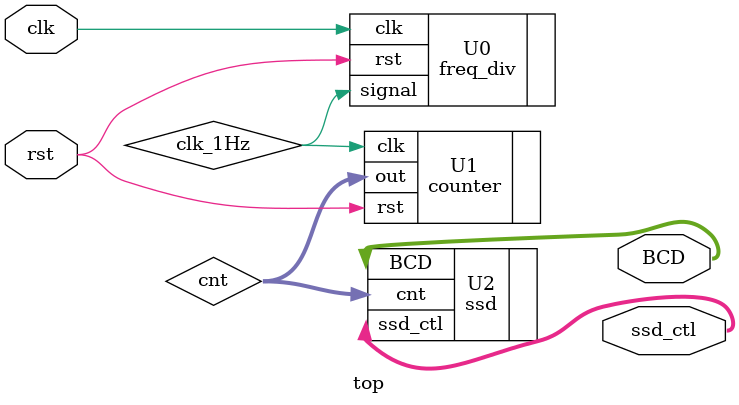
<source format=v>
`timescale 1ns / 1ps

module top(
    input clk,
    input rst,
    output [3:0] ssd_ctl,
    output [7:0] BCD
    );

wire clk_1Hz;
wire [3:0] cnt;

freq_div U0 (.clk(clk), .rst(rst), .signal(clk_1Hz));
counter U1 (.clk(clk_1Hz), .rst(rst), .out(cnt));
ssd U2 (.cnt(cnt), .ssd_ctl(ssd_ctl), .BCD(BCD));

endmodule

</source>
